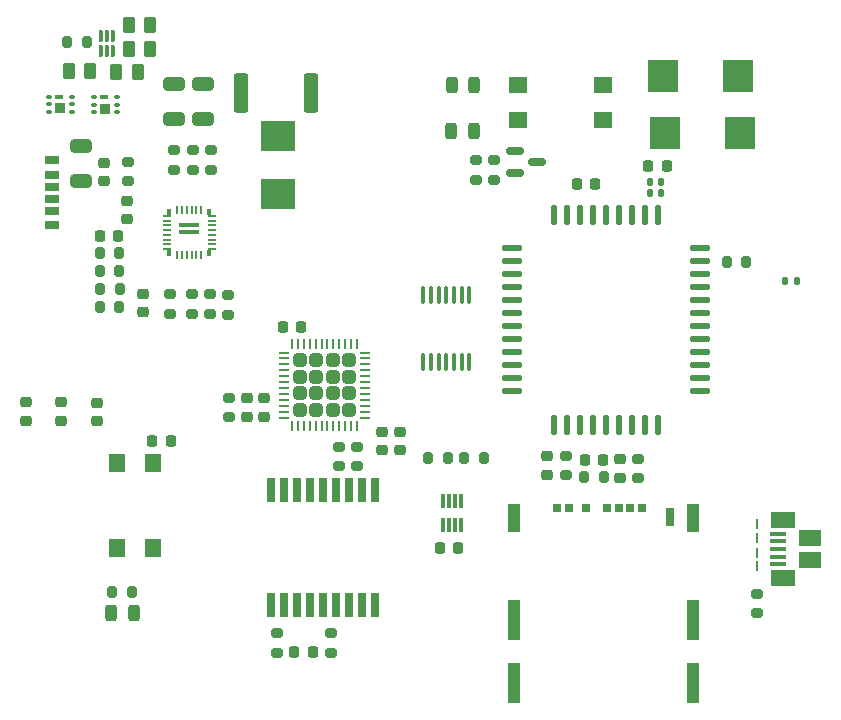
<source format=gbr>
%TF.GenerationSoftware,KiCad,Pcbnew,(6.0.2)*%
%TF.CreationDate,2022-09-17T14:06:50-08:00*%
%TF.ProjectId,HERTZ200,48455254-5a32-4303-902e-6b696361645f,VERSION 1*%
%TF.SameCoordinates,Original*%
%TF.FileFunction,Paste,Top*%
%TF.FilePolarity,Positive*%
%FSLAX46Y46*%
G04 Gerber Fmt 4.6, Leading zero omitted, Abs format (unit mm)*
G04 Created by KiCad (PCBNEW (6.0.2)) date 2022-09-17 14:06:50*
%MOMM*%
%LPD*%
G01*
G04 APERTURE LIST*
G04 Aperture macros list*
%AMRoundRect*
0 Rectangle with rounded corners*
0 $1 Rounding radius*
0 $2 $3 $4 $5 $6 $7 $8 $9 X,Y pos of 4 corners*
0 Add a 4 corners polygon primitive as box body*
4,1,4,$2,$3,$4,$5,$6,$7,$8,$9,$2,$3,0*
0 Add four circle primitives for the rounded corners*
1,1,$1+$1,$2,$3*
1,1,$1+$1,$4,$5*
1,1,$1+$1,$6,$7*
1,1,$1+$1,$8,$9*
0 Add four rect primitives between the rounded corners*
20,1,$1+$1,$2,$3,$4,$5,0*
20,1,$1+$1,$4,$5,$6,$7,0*
20,1,$1+$1,$6,$7,$8,$9,0*
20,1,$1+$1,$8,$9,$2,$3,0*%
G04 Aperture macros list end*
%ADD10RoundRect,0.200000X0.275000X-0.200000X0.275000X0.200000X-0.275000X0.200000X-0.275000X-0.200000X0*%
%ADD11R,0.200000X0.940000*%
%ADD12R,0.700000X2.000000*%
%ADD13RoundRect,0.225000X0.250000X-0.225000X0.250000X0.225000X-0.250000X0.225000X-0.250000X-0.225000X0*%
%ADD14RoundRect,0.225000X-0.250000X0.225000X-0.250000X-0.225000X0.250000X-0.225000X0.250000X0.225000X0*%
%ADD15RoundRect,0.200000X0.200000X0.275000X-0.200000X0.275000X-0.200000X-0.275000X0.200000X-0.275000X0*%
%ADD16RoundRect,0.250000X-0.650000X0.325000X-0.650000X-0.325000X0.650000X-0.325000X0.650000X0.325000X0*%
%ADD17RoundRect,0.200000X-0.200000X-0.275000X0.200000X-0.275000X0.200000X0.275000X-0.200000X0.275000X0*%
%ADD18RoundRect,0.049880X0.400120X0.380120X-0.400120X0.380120X-0.400120X-0.380120X0.400120X-0.380120X0*%
%ADD19RoundRect,0.049880X0.300120X0.095120X-0.300120X0.095120X-0.300120X-0.095120X0.300120X-0.095120X0*%
%ADD20RoundRect,0.050100X0.174900X0.099900X-0.174900X0.099900X-0.174900X-0.099900X0.174900X-0.099900X0*%
%ADD21RoundRect,0.140000X-0.140000X-0.170000X0.140000X-0.170000X0.140000X0.170000X-0.140000X0.170000X0*%
%ADD22RoundRect,0.250000X0.362500X1.425000X-0.362500X1.425000X-0.362500X-1.425000X0.362500X-1.425000X0*%
%ADD23RoundRect,0.250000X0.262500X0.450000X-0.262500X0.450000X-0.262500X-0.450000X0.262500X-0.450000X0*%
%ADD24RoundRect,0.225000X-0.225000X-0.250000X0.225000X-0.250000X0.225000X0.250000X-0.225000X0.250000X0*%
%ADD25RoundRect,0.200000X-0.275000X0.200000X-0.275000X-0.200000X0.275000X-0.200000X0.275000X0.200000X0*%
%ADD26RoundRect,0.218750X-0.256250X0.218750X-0.256250X-0.218750X0.256250X-0.218750X0.256250X0.218750X0*%
%ADD27R,0.800000X0.200000*%
%ADD28R,0.400000X0.500000*%
%ADD29R,0.200000X0.800000*%
%ADD30R,1.800000X0.300000*%
%ADD31RoundRect,0.225000X0.225000X0.250000X-0.225000X0.250000X-0.225000X-0.250000X0.225000X-0.250000X0*%
%ADD32R,2.550000X2.700000*%
%ADD33R,0.700000X0.700000*%
%ADD34R,0.800000X1.500000*%
%ADD35R,1.000000X3.400001*%
%ADD36R,1.000000X2.400000*%
%ADD37R,3.000000X2.500000*%
%ADD38RoundRect,0.008100X0.126900X-0.461900X0.126900X0.461900X-0.126900X0.461900X-0.126900X-0.461900X0*%
%ADD39O,0.550000X1.800000*%
%ADD40O,1.800000X0.550000*%
%ADD41RoundRect,0.250000X-0.262500X-0.450000X0.262500X-0.450000X0.262500X0.450000X-0.262500X0.450000X0*%
%ADD42R,1.600000X1.400000*%
%ADD43RoundRect,0.100000X-0.100000X0.637500X-0.100000X-0.637500X0.100000X-0.637500X0.100000X0.637500X0*%
%ADD44RoundRect,0.150000X-0.587500X-0.150000X0.587500X-0.150000X0.587500X0.150000X-0.587500X0.150000X0*%
%ADD45RoundRect,0.243750X-0.243750X-0.456250X0.243750X-0.456250X0.243750X0.456250X-0.243750X0.456250X0*%
%ADD46RoundRect,0.250000X-0.315000X-0.315000X0.315000X-0.315000X0.315000X0.315000X-0.315000X0.315000X0*%
%ADD47RoundRect,0.062500X-0.375000X-0.062500X0.375000X-0.062500X0.375000X0.062500X-0.375000X0.062500X0*%
%ADD48RoundRect,0.062500X-0.062500X-0.375000X0.062500X-0.375000X0.062500X0.375000X-0.062500X0.375000X0*%
%ADD49RoundRect,0.147500X-0.147500X-0.172500X0.147500X-0.172500X0.147500X0.172500X-0.147500X0.172500X0*%
%ADD50R,1.380000X0.450000*%
%ADD51R,2.100000X1.475000*%
%ADD52R,1.900000X1.375000*%
%ADD53R,0.300000X1.200000*%
%ADD54R,1.200000X0.700000*%
%ADD55R,1.200000X0.760000*%
%ADD56R,1.200000X0.800000*%
%ADD57RoundRect,0.218750X0.218750X0.256250X-0.218750X0.256250X-0.218750X-0.256250X0.218750X-0.256250X0*%
%ADD58R,1.400000X1.600000*%
G04 APERTURE END LIST*
D10*
%TO.C,R3*%
X72593200Y-42481000D03*
X72593200Y-40831000D03*
%TD*%
D11*
%TO.C,D7*%
X96342200Y-75239600D03*
X96342200Y-74079600D03*
%TD*%
D12*
%TO.C,U4*%
X64025900Y-68810000D03*
X62925900Y-68810000D03*
X61825900Y-68810000D03*
X60725900Y-68810000D03*
X59625900Y-68810000D03*
X58525900Y-68810000D03*
X57425900Y-68810000D03*
X56325900Y-68810000D03*
X55225900Y-68810000D03*
X55225900Y-78510000D03*
X56325900Y-78510000D03*
X57425900Y-78510000D03*
X58525900Y-78510000D03*
X59625900Y-78510000D03*
X60725900Y-78510000D03*
X61825900Y-78510000D03*
X62925900Y-78510000D03*
X64025900Y-78510000D03*
%TD*%
D13*
%TO.C,C3*%
X53187600Y-62547800D03*
X53187600Y-60997800D03*
%TD*%
D14*
%TO.C,C7*%
X66167000Y-63868000D03*
X66167000Y-65418000D03*
%TD*%
D15*
%TO.C,R6*%
X83375000Y-67665600D03*
X81725000Y-67665600D03*
%TD*%
D16*
%TO.C,C44*%
X49428400Y-34389800D03*
X49428400Y-37339800D03*
%TD*%
D10*
%TO.C,R42*%
X50114200Y-41668200D03*
X50114200Y-40018200D03*
%TD*%
D17*
%TO.C,R13*%
X37960800Y-30810200D03*
X39610800Y-30810200D03*
%TD*%
D18*
%TO.C,Q3*%
X37363400Y-36443800D03*
D19*
X37268400Y-35468800D03*
D20*
X38338400Y-36768800D03*
X38338400Y-36118800D03*
X38338400Y-35468800D03*
X36388400Y-35468800D03*
X36388400Y-36118800D03*
X36388400Y-36768800D03*
%TD*%
D21*
%TO.C,C9*%
X87277000Y-42697400D03*
X88237000Y-42697400D03*
%TD*%
D22*
%TO.C,R46*%
X58639300Y-35179000D03*
X52714300Y-35179000D03*
%TD*%
D23*
%TO.C,R14*%
X43914700Y-33401000D03*
X42089700Y-33401000D03*
%TD*%
D17*
%TO.C,R33*%
X40729400Y-50266600D03*
X42379400Y-50266600D03*
%TD*%
D24*
%TO.C,C28*%
X40754000Y-47244000D03*
X42304000Y-47244000D03*
%TD*%
D25*
%TO.C,R11*%
X60274200Y-80912200D03*
X60274200Y-82562200D03*
%TD*%
D26*
%TO.C,D11*%
X40487600Y-61366300D03*
X40487600Y-62941300D03*
%TD*%
D27*
%TO.C,U6*%
X46393900Y-45564600D03*
D28*
X46593900Y-45214600D03*
D27*
X46393900Y-45964600D03*
X46393900Y-46364600D03*
X46393900Y-46764600D03*
X46393900Y-47164600D03*
X46393900Y-47564600D03*
X46393900Y-47964600D03*
X46393900Y-48364600D03*
D28*
X46593900Y-48714600D03*
D29*
X47293900Y-48864600D03*
X47693900Y-48864600D03*
X48093900Y-48864600D03*
X48493900Y-48864600D03*
X48893900Y-48864600D03*
X49293900Y-48864600D03*
D27*
X50193900Y-48364600D03*
D28*
X49993900Y-48714600D03*
D27*
X50193900Y-47964600D03*
X50193900Y-47564600D03*
X50193900Y-47164600D03*
X50193900Y-46764600D03*
X50193900Y-46364600D03*
X50193900Y-45964600D03*
X50193900Y-45564600D03*
D28*
X49993900Y-45214600D03*
D29*
X49293900Y-45064600D03*
X48893900Y-45064600D03*
X48493900Y-45064600D03*
X48093900Y-45064600D03*
X47693900Y-45064600D03*
X47293900Y-45064600D03*
D30*
X48293900Y-46364600D03*
X48293900Y-46964600D03*
%TD*%
D24*
%TO.C,C13*%
X81140000Y-42875200D03*
X82690000Y-42875200D03*
%TD*%
D26*
%TO.C,D12*%
X37465000Y-61315500D03*
X37465000Y-62890500D03*
%TD*%
D14*
%TO.C,C19*%
X78613000Y-65925400D03*
X78613000Y-67475400D03*
%TD*%
D31*
%TO.C,C17*%
X83325000Y-66217800D03*
X81775000Y-66217800D03*
%TD*%
D24*
%TO.C,C10*%
X87159800Y-41351200D03*
X88709800Y-41351200D03*
%TD*%
D32*
%TO.C,U7*%
X88442800Y-33680400D03*
X94792800Y-33680400D03*
%TD*%
D26*
%TO.C,D12*%
X37465000Y-61315500D03*
X37465000Y-62890500D03*
%TD*%
D33*
%TO.C,J2*%
X85648796Y-70290000D03*
X83648796Y-70290000D03*
X79458796Y-70290000D03*
X86648796Y-70290000D03*
X84648796Y-70290000D03*
X80458796Y-70290000D03*
D34*
X89013796Y-71015000D03*
D33*
X81863796Y-70290000D03*
D35*
X90913796Y-85090000D03*
X90913796Y-79790000D03*
D36*
X90913796Y-71140000D03*
X75813796Y-71140000D03*
D35*
X75813796Y-79790000D03*
X75813796Y-85090000D03*
%TD*%
D17*
%TO.C,R29*%
X68542400Y-66040000D03*
X70192400Y-66040000D03*
%TD*%
D37*
%TO.C,L3*%
X55778400Y-43674200D03*
X55778400Y-38774200D03*
%TD*%
D13*
%TO.C,C2*%
X54660800Y-62547800D03*
X54660800Y-60997800D03*
%TD*%
D25*
%TO.C,R10*%
X60960000Y-65088000D03*
X60960000Y-66738000D03*
%TD*%
D14*
%TO.C,C16*%
X84785200Y-66179400D03*
X84785200Y-67729400D03*
%TD*%
D25*
%TO.C,R37*%
X48590200Y-40018200D03*
X48590200Y-41668200D03*
%TD*%
D15*
%TO.C,R30*%
X73215000Y-66040000D03*
X71565000Y-66040000D03*
%TD*%
D32*
%TO.C,U8*%
X88544400Y-38557200D03*
X94894400Y-38557200D03*
%TD*%
D38*
%TO.C,IC3*%
X40825800Y-31567200D03*
X41325800Y-31567200D03*
X41825800Y-31567200D03*
X41825800Y-30307200D03*
X41325800Y-30307200D03*
X40825800Y-30307200D03*
%TD*%
D39*
%TO.C,U2*%
X84666000Y-63256000D03*
X82466000Y-45456000D03*
D40*
X91516000Y-49406000D03*
X91516000Y-53806000D03*
X75616000Y-52706000D03*
X91516000Y-51606000D03*
X75616000Y-58206000D03*
D39*
X83566000Y-63256000D03*
D40*
X91516000Y-57106000D03*
D39*
X85766000Y-63256000D03*
X83566000Y-45456000D03*
D40*
X75616000Y-59306000D03*
D39*
X85766000Y-45456000D03*
X81366000Y-63256000D03*
D40*
X75616000Y-56006000D03*
X91516000Y-52706000D03*
X91516000Y-58206000D03*
X75616000Y-57106000D03*
D39*
X80266000Y-45456000D03*
D40*
X75616000Y-60406000D03*
D39*
X82466000Y-63256000D03*
D40*
X75616000Y-50506000D03*
D39*
X86866000Y-63256000D03*
D40*
X91516000Y-56006000D03*
X91516000Y-59306000D03*
X91516000Y-50506000D03*
D39*
X79166000Y-63256000D03*
X80266000Y-63256000D03*
D40*
X75616000Y-51606000D03*
X75616000Y-53806000D03*
D39*
X84666000Y-45456000D03*
X81366000Y-45456000D03*
X86866000Y-45456000D03*
D40*
X75616000Y-49406000D03*
X91516000Y-60406000D03*
D39*
X87966000Y-45456000D03*
D40*
X75616000Y-54906000D03*
X75616000Y-48306000D03*
D39*
X87966000Y-63256000D03*
D40*
X91516000Y-48306000D03*
D39*
X79166000Y-45456000D03*
D40*
X91516000Y-54906000D03*
%TD*%
D41*
%TO.C,R15*%
X38076500Y-33274000D03*
X39901500Y-33274000D03*
%TD*%
D17*
%TO.C,R8*%
X93790000Y-49428400D03*
X95440000Y-49428400D03*
%TD*%
D14*
%TO.C,C20*%
X43053000Y-44259200D03*
X43053000Y-45809200D03*
%TD*%
D42*
%TO.C,S2*%
X76130600Y-37466400D03*
X83330600Y-37466400D03*
X76130600Y-34466400D03*
X83330600Y-34466400D03*
%TD*%
D16*
%TO.C,C38*%
X47015400Y-34389800D03*
X47015400Y-37339800D03*
%TD*%
D24*
%TO.C,C6*%
X56248000Y-54991000D03*
X57798000Y-54991000D03*
%TD*%
D19*
%TO.C,Q1*%
X41078400Y-35494200D03*
D18*
X41173400Y-36469200D03*
D20*
X42148400Y-36794200D03*
X42148400Y-36144200D03*
X42148400Y-35494200D03*
X40198400Y-35494200D03*
X40198400Y-36144200D03*
X40198400Y-36794200D03*
%TD*%
D25*
%TO.C,R12*%
X55702200Y-80886800D03*
X55702200Y-82536800D03*
%TD*%
%TO.C,R38*%
X50038000Y-52184800D03*
X50038000Y-53834800D03*
%TD*%
D10*
%TO.C,R50*%
X48564800Y-53860200D03*
X48564800Y-52210200D03*
%TD*%
%TO.C,R47*%
X43103800Y-42633400D03*
X43103800Y-40983400D03*
%TD*%
D43*
%TO.C,U3*%
X72003200Y-52230100D03*
X71353200Y-52230100D03*
X70703200Y-52230100D03*
X70053200Y-52230100D03*
X69403200Y-52230100D03*
X68753200Y-52230100D03*
X68103200Y-52230100D03*
X68103200Y-57955100D03*
X68753200Y-57955100D03*
X69403200Y-57955100D03*
X70053200Y-57955100D03*
X70703200Y-57955100D03*
X71353200Y-57955100D03*
X72003200Y-57955100D03*
%TD*%
D44*
%TO.C,Q2*%
X75872100Y-40071000D03*
X75872100Y-41971000D03*
X77747100Y-41021000D03*
%TD*%
D15*
%TO.C,R40*%
X42354000Y-48717200D03*
X40704000Y-48717200D03*
%TD*%
D25*
%TO.C,R7*%
X80213200Y-65875400D03*
X80213200Y-67525400D03*
%TD*%
D10*
%TO.C,R34*%
X46634400Y-53834800D03*
X46634400Y-52184800D03*
%TD*%
D14*
%TO.C,C18*%
X41071800Y-41058800D03*
X41071800Y-42608800D03*
%TD*%
D45*
%TO.C,D2*%
X70487300Y-38354000D03*
X72362300Y-38354000D03*
%TD*%
D21*
%TO.C,C8*%
X87277000Y-43637200D03*
X88237000Y-43637200D03*
%TD*%
D25*
%TO.C,R5*%
X86309200Y-66129400D03*
X86309200Y-67779400D03*
%TD*%
D46*
%TO.C,U1*%
X59049000Y-57782000D03*
X61849000Y-57782000D03*
X61849000Y-61982000D03*
X61849000Y-60582000D03*
X57649000Y-61982000D03*
X59049000Y-61982000D03*
X59049000Y-60582000D03*
X61849000Y-59182000D03*
X57649000Y-57782000D03*
X60449000Y-59182000D03*
X60449000Y-57782000D03*
X57649000Y-59182000D03*
X59049000Y-59182000D03*
X60449000Y-61982000D03*
X60449000Y-60582000D03*
X57649000Y-60582000D03*
D47*
X56311500Y-57132000D03*
X56311500Y-57632000D03*
X56311500Y-58132000D03*
X56311500Y-58632000D03*
X56311500Y-59132000D03*
X56311500Y-59632000D03*
X56311500Y-60132000D03*
X56311500Y-60632000D03*
X56311500Y-61132000D03*
X56311500Y-61632000D03*
X56311500Y-62132000D03*
X56311500Y-62632000D03*
D48*
X56999000Y-63319500D03*
X57499000Y-63319500D03*
X57999000Y-63319500D03*
X58499000Y-63319500D03*
X58999000Y-63319500D03*
X59499000Y-63319500D03*
X59999000Y-63319500D03*
X60499000Y-63319500D03*
X60999000Y-63319500D03*
X61499000Y-63319500D03*
X61999000Y-63319500D03*
X62499000Y-63319500D03*
D47*
X63186500Y-62632000D03*
X63186500Y-62132000D03*
X63186500Y-61632000D03*
X63186500Y-61132000D03*
X63186500Y-60632000D03*
X63186500Y-60132000D03*
X63186500Y-59632000D03*
X63186500Y-59132000D03*
X63186500Y-58632000D03*
X63186500Y-58132000D03*
X63186500Y-57632000D03*
X63186500Y-57132000D03*
D48*
X62499000Y-56444500D03*
X61999000Y-56444500D03*
X61499000Y-56444500D03*
X60999000Y-56444500D03*
X60499000Y-56444500D03*
X59999000Y-56444500D03*
X59499000Y-56444500D03*
X58999000Y-56444500D03*
X58499000Y-56444500D03*
X57999000Y-56444500D03*
X57499000Y-56444500D03*
X56999000Y-56444500D03*
%TD*%
D49*
%TO.C,D3*%
X98752800Y-51054000D03*
X99722800Y-51054000D03*
%TD*%
D26*
%TO.C,D10*%
X34442400Y-61315500D03*
X34442400Y-62890500D03*
%TD*%
D45*
%TO.C,D5*%
X41711400Y-79171800D03*
X43586400Y-79171800D03*
%TD*%
D11*
%TO.C,D9*%
X96342200Y-71648600D03*
X96342200Y-72808600D03*
%TD*%
D10*
%TO.C,R48*%
X51536600Y-53911000D03*
X51536600Y-52261000D03*
%TD*%
%TO.C,R4*%
X74091800Y-42481000D03*
X74091800Y-40831000D03*
%TD*%
D14*
%TO.C,C27*%
X44348400Y-52184000D03*
X44348400Y-53734000D03*
%TD*%
D25*
%TO.C,R9*%
X62484000Y-65088000D03*
X62484000Y-66738000D03*
%TD*%
D10*
%TO.C,R24*%
X96367600Y-79184000D03*
X96367600Y-77534000D03*
%TD*%
D45*
%TO.C,D1*%
X70512700Y-34467800D03*
X72387700Y-34467800D03*
%TD*%
D41*
%TO.C,R16*%
X43181900Y-31419800D03*
X45006900Y-31419800D03*
%TD*%
D50*
%TO.C,J5*%
X98175800Y-72461600D03*
X98175800Y-73111600D03*
X98175800Y-73761600D03*
X98175800Y-74411600D03*
X98175800Y-75061600D03*
D51*
X98535800Y-76224100D03*
D52*
X100835800Y-74699100D03*
X100835800Y-72824100D03*
D51*
X98535800Y-71299100D03*
%TD*%
D25*
%TO.C,R39*%
X47040800Y-40018200D03*
X47040800Y-41668200D03*
%TD*%
D53*
%TO.C,IC2*%
X69785800Y-71713600D03*
X70285800Y-71713600D03*
X70785800Y-71713600D03*
X71285800Y-71713600D03*
X71285800Y-69713600D03*
X70785800Y-69713600D03*
X70285800Y-69713600D03*
X69785800Y-69713600D03*
%TD*%
D41*
%TO.C,C34*%
X43181900Y-29413200D03*
X45006900Y-29413200D03*
%TD*%
D24*
%TO.C,C11*%
X69506800Y-73660000D03*
X71056800Y-73660000D03*
%TD*%
%TO.C,C1*%
X45173600Y-64643000D03*
X46723600Y-64643000D03*
%TD*%
D54*
%TO.C,J8*%
X36689788Y-43111800D03*
D55*
X36689788Y-45131800D03*
D56*
X36689788Y-46361800D03*
D54*
X36689788Y-44111800D03*
D55*
X36689788Y-42091800D03*
D56*
X36689788Y-40861800D03*
%TD*%
D17*
%TO.C,R25*%
X41773100Y-77393800D03*
X43423100Y-77393800D03*
%TD*%
D25*
%TO.C,R1*%
X51663600Y-60947800D03*
X51663600Y-62597800D03*
%TD*%
D57*
%TO.C,L1*%
X58775700Y-82448400D03*
X57200700Y-82448400D03*
%TD*%
D58*
%TO.C,S1*%
X45213400Y-73670100D03*
X45213400Y-66470100D03*
X42213400Y-73670100D03*
X42213400Y-66470100D03*
%TD*%
D15*
%TO.C,R36*%
X42379400Y-53263800D03*
X40729400Y-53263800D03*
%TD*%
D14*
%TO.C,C5*%
X64643000Y-63868000D03*
X64643000Y-65418000D03*
%TD*%
D15*
%TO.C,R35*%
X42404800Y-51765200D03*
X40754800Y-51765200D03*
%TD*%
D16*
%TO.C,C12*%
X39166800Y-39622200D03*
X39166800Y-42572200D03*
%TD*%
M02*

</source>
